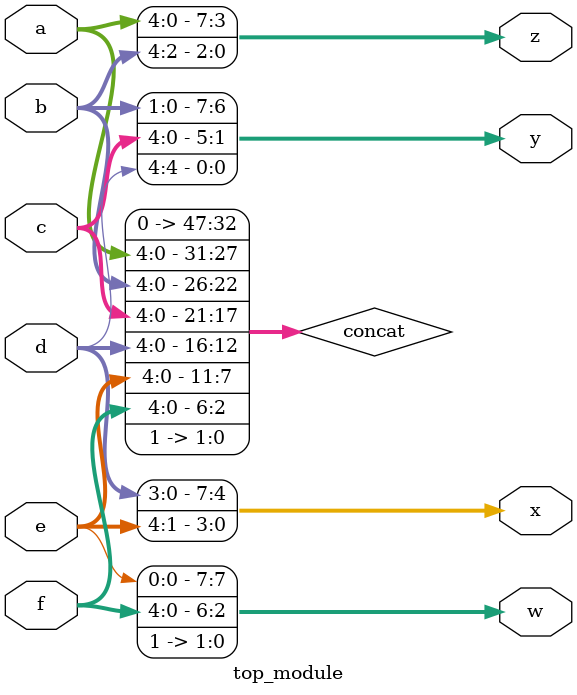
<source format=sv>
module top_module (
	input [4:0] a,
	input [4:0] b,
	input [4:0] c,
	input [4:0] d,
	input [4:0] e,
	input [4:0] f,
	output [7:0] w,
	output [7:0] x,
	output [7:0] y,
	output [7:0] z
);

    wire [47:0] concat;
    assign concat = {a, b, c, d, e, f, 2'b11};

    assign w = concat[7:0];
    assign x = concat[15:8];
    assign y = concat[23:16];
    assign z = concat[31:24];

endmodule

</source>
